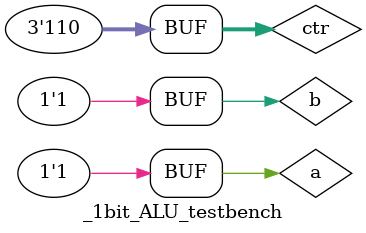
<source format=v>
`define DELAY 20
module _1bit_ALU_testbench();

reg a, b;
reg [2:0] ctr;
wire res, c_out;

_1bit_ALU alu(res, c_out, a, b, ctr[2], ctr);

initial begin
a = 1'b0; b = 1'b0; ctr = 3'b000;
#`DELAY;
a = 1'b0; b = 1'b1; ctr = 3'b000;
#`DELAY;
a = 1'b1; b = 1'b0; ctr = 3'b000;
#`DELAY;
a = 1'b1; b = 1'b1; ctr = 3'b000;
#`DELAY;
a = 1'b0; b = 1'b0; ctr = 3'b001;
#`DELAY;
a = 1'b0; b = 1'b1; ctr = 3'b001;
#`DELAY;
a = 1'b1; b = 1'b0; ctr = 3'b001;
#`DELAY;
a = 1'b1; b = 1'b1; ctr = 3'b001;
#`DELAY;
a = 1'b0; b = 1'b0; ctr = 3'b011;
#`DELAY;
a = 1'b0; b = 1'b1; ctr = 3'b011;
#`DELAY;
a = 1'b1; b = 1'b0; ctr = 3'b011;
#`DELAY;
a = 1'b1; b = 1'b1; ctr = 3'b011;
#`DELAY;
a = 1'b0; b = 1'b0; ctr = 3'b010;
#`DELAY;
a = 1'b0; b = 1'b1; ctr = 3'b010;
#`DELAY;
a = 1'b1; b = 1'b0; ctr = 3'b010;
#`DELAY;
a = 1'b1; b = 1'b1; ctr = 3'b010;
#`DELAY;
a = 1'b0; b = 1'b0; ctr = 3'b110;
#`DELAY;
a = 1'b0; b = 1'b1; ctr = 3'b110;
#`DELAY;
a = 1'b1; b = 1'b0; ctr = 3'b110;
#`DELAY;
a = 1'b1; b = 1'b1; ctr = 3'b110;
#`DELAY;
end



 
initial begin
$monitor("time=%2d, a= %1b, b= %1b, ctr= %3b, res= %1b, cout= %1b", $time, a, b, ctr, res, c_out);
end
 
endmodule

</source>
